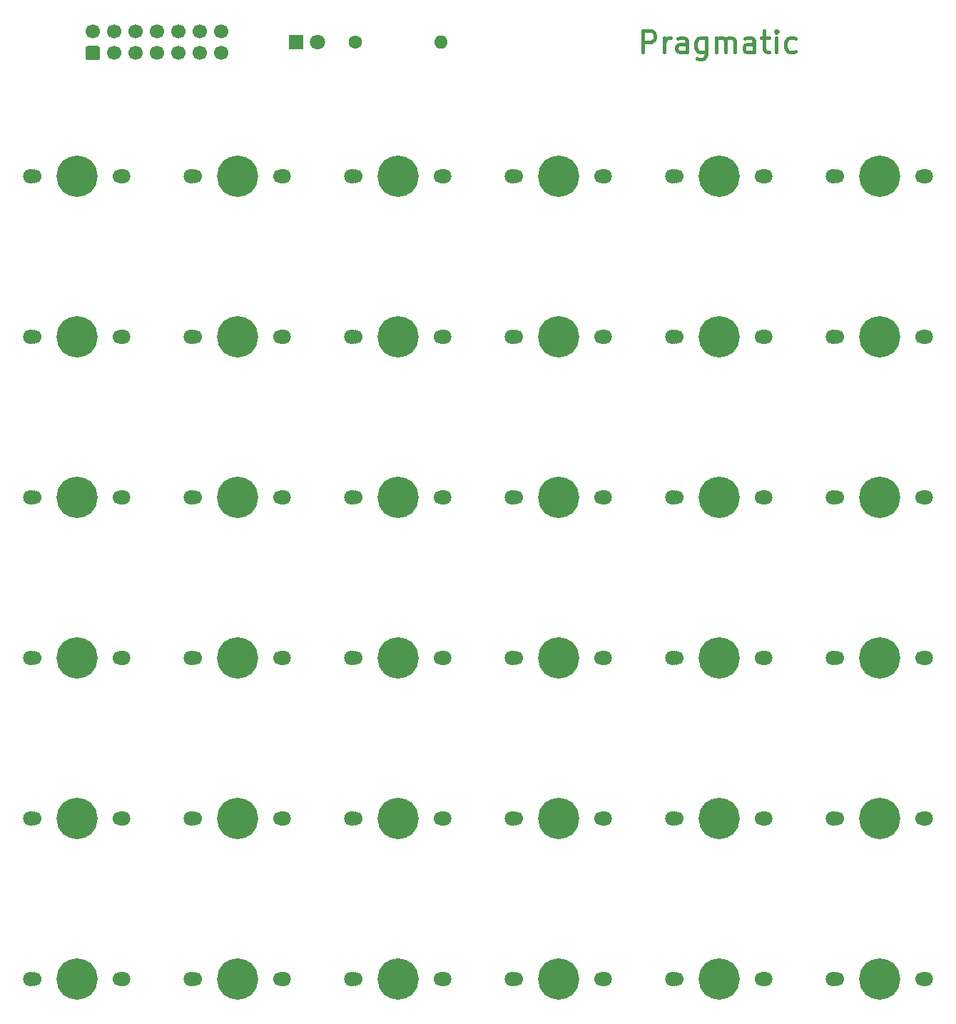
<source format=gbr>
%TF.GenerationSoftware,KiCad,Pcbnew,(5.1.10-1-10_14)*%
%TF.CreationDate,2021-11-08T13:36:25+08:00*%
%TF.ProjectId,Pragmatic,50726167-6d61-4746-9963-2e6b69636164,0.1*%
%TF.SameCoordinates,Original*%
%TF.FileFunction,Soldermask,Top*%
%TF.FilePolarity,Negative*%
%FSLAX46Y46*%
G04 Gerber Fmt 4.6, Leading zero omitted, Abs format (unit mm)*
G04 Created by KiCad (PCBNEW (5.1.10-1-10_14)) date 2021-11-08 13:36:25*
%MOMM*%
%LPD*%
G01*
G04 APERTURE LIST*
%ADD10C,0.381000*%
%ADD11O,1.600000X1.600000*%
%ADD12C,1.600000*%
%ADD13C,1.700000*%
%ADD14C,1.800000*%
%ADD15R,1.800000X1.800000*%
%ADD16C,4.900000*%
G04 APERTURE END LIST*
%TO.C,REF\u002A\u002A*%
D10*
X124339047Y-42424047D02*
X124339047Y-39884047D01*
X125306666Y-39884047D01*
X125548571Y-40005000D01*
X125669523Y-40125952D01*
X125790476Y-40367857D01*
X125790476Y-40730714D01*
X125669523Y-40972619D01*
X125548571Y-41093571D01*
X125306666Y-41214523D01*
X124339047Y-41214523D01*
X126879047Y-42424047D02*
X126879047Y-40730714D01*
X126879047Y-41214523D02*
X127000000Y-40972619D01*
X127120952Y-40851666D01*
X127362857Y-40730714D01*
X127604761Y-40730714D01*
X129540000Y-42424047D02*
X129540000Y-41093571D01*
X129419047Y-40851666D01*
X129177142Y-40730714D01*
X128693333Y-40730714D01*
X128451428Y-40851666D01*
X129540000Y-42303095D02*
X129298095Y-42424047D01*
X128693333Y-42424047D01*
X128451428Y-42303095D01*
X128330476Y-42061190D01*
X128330476Y-41819285D01*
X128451428Y-41577380D01*
X128693333Y-41456428D01*
X129298095Y-41456428D01*
X129540000Y-41335476D01*
X131838095Y-40730714D02*
X131838095Y-42786904D01*
X131717142Y-43028809D01*
X131596190Y-43149761D01*
X131354285Y-43270714D01*
X130991428Y-43270714D01*
X130749523Y-43149761D01*
X131838095Y-42303095D02*
X131596190Y-42424047D01*
X131112380Y-42424047D01*
X130870476Y-42303095D01*
X130749523Y-42182142D01*
X130628571Y-41940238D01*
X130628571Y-41214523D01*
X130749523Y-40972619D01*
X130870476Y-40851666D01*
X131112380Y-40730714D01*
X131596190Y-40730714D01*
X131838095Y-40851666D01*
X133047619Y-42424047D02*
X133047619Y-40730714D01*
X133047619Y-40972619D02*
X133168571Y-40851666D01*
X133410476Y-40730714D01*
X133773333Y-40730714D01*
X134015238Y-40851666D01*
X134136190Y-41093571D01*
X134136190Y-42424047D01*
X134136190Y-41093571D02*
X134257142Y-40851666D01*
X134499047Y-40730714D01*
X134861904Y-40730714D01*
X135103809Y-40851666D01*
X135224761Y-41093571D01*
X135224761Y-42424047D01*
X137522857Y-42424047D02*
X137522857Y-41093571D01*
X137401904Y-40851666D01*
X137160000Y-40730714D01*
X136676190Y-40730714D01*
X136434285Y-40851666D01*
X137522857Y-42303095D02*
X137280952Y-42424047D01*
X136676190Y-42424047D01*
X136434285Y-42303095D01*
X136313333Y-42061190D01*
X136313333Y-41819285D01*
X136434285Y-41577380D01*
X136676190Y-41456428D01*
X137280952Y-41456428D01*
X137522857Y-41335476D01*
X138369523Y-40730714D02*
X139337142Y-40730714D01*
X138732380Y-39884047D02*
X138732380Y-42061190D01*
X138853333Y-42303095D01*
X139095238Y-42424047D01*
X139337142Y-42424047D01*
X140183809Y-42424047D02*
X140183809Y-40730714D01*
X140183809Y-39884047D02*
X140062857Y-40005000D01*
X140183809Y-40125952D01*
X140304761Y-40005000D01*
X140183809Y-39884047D01*
X140183809Y-40125952D01*
X142481904Y-42303095D02*
X142240000Y-42424047D01*
X141756190Y-42424047D01*
X141514285Y-42303095D01*
X141393333Y-42182142D01*
X141272380Y-41940238D01*
X141272380Y-41214523D01*
X141393333Y-40972619D01*
X141514285Y-40851666D01*
X141756190Y-40730714D01*
X142240000Y-40730714D01*
X142481904Y-40851666D01*
%TD*%
D11*
%TO.C,R1*%
X100330000Y-41275000D03*
D12*
X90170000Y-41275000D03*
%TD*%
D13*
%TO.C,J1*%
X74295000Y-40005000D03*
X71755000Y-40005000D03*
X69215000Y-40005000D03*
X66675000Y-40005000D03*
X64135000Y-40005000D03*
X61595000Y-40005000D03*
X59055000Y-40005000D03*
X74295000Y-42545000D03*
X71755000Y-42545000D03*
X69215000Y-42545000D03*
X66675000Y-42545000D03*
X64135000Y-42545000D03*
X61595000Y-42545000D03*
G36*
G01*
X59655000Y-43395000D02*
X58455000Y-43395000D01*
G75*
G02*
X58205000Y-43145000I0J250000D01*
G01*
X58205000Y-41945000D01*
G75*
G02*
X58455000Y-41695000I250000J0D01*
G01*
X59655000Y-41695000D01*
G75*
G02*
X59905000Y-41945000I0J-250000D01*
G01*
X59905000Y-43145000D01*
G75*
G02*
X59655000Y-43395000I-250000J0D01*
G01*
G37*
%TD*%
D14*
%TO.C,D37*%
X85725000Y-41275000D03*
D15*
X83185000Y-41275000D03*
%TD*%
D16*
%TO.C,SW9*%
X95250000Y-76200000D03*
D14*
X89750000Y-76200000D03*
X100750000Y-76200000D03*
D13*
X100330000Y-76200000D03*
X90170000Y-76200000D03*
%TD*%
D16*
%TO.C,SW3*%
X95250000Y-57150000D03*
D14*
X89750000Y-57150000D03*
X100750000Y-57150000D03*
D13*
X100330000Y-57150000D03*
X90170000Y-57150000D03*
%TD*%
D16*
%TO.C,SW2*%
X76200000Y-57150000D03*
D14*
X70700000Y-57150000D03*
X81700000Y-57150000D03*
D13*
X81280000Y-57150000D03*
X71120000Y-57150000D03*
%TD*%
D16*
%TO.C,SW29*%
X133350000Y-133350000D03*
D14*
X127850000Y-133350000D03*
X138850000Y-133350000D03*
D13*
X138430000Y-133350000D03*
X128270000Y-133350000D03*
%TD*%
D16*
%TO.C,SW28*%
X114300000Y-133350000D03*
D14*
X108800000Y-133350000D03*
X119800000Y-133350000D03*
D13*
X119380000Y-133350000D03*
X109220000Y-133350000D03*
%TD*%
D16*
%TO.C,SW24*%
X152400000Y-114300000D03*
D14*
X146900000Y-114300000D03*
X157900000Y-114300000D03*
D13*
X157480000Y-114300000D03*
X147320000Y-114300000D03*
%TD*%
D16*
%TO.C,SW36*%
X152400000Y-152400000D03*
D14*
X146900000Y-152400000D03*
X157900000Y-152400000D03*
D13*
X157480000Y-152400000D03*
X147320000Y-152400000D03*
%TD*%
D16*
%TO.C,SW35*%
X133350000Y-152400000D03*
D14*
X127850000Y-152400000D03*
X138850000Y-152400000D03*
D13*
X138430000Y-152400000D03*
X128270000Y-152400000D03*
%TD*%
D16*
%TO.C,SW34*%
X114300000Y-152400000D03*
D14*
X108800000Y-152400000D03*
X119800000Y-152400000D03*
D13*
X119380000Y-152400000D03*
X109220000Y-152400000D03*
%TD*%
D16*
%TO.C,SW33*%
X95250000Y-152400000D03*
D14*
X89750000Y-152400000D03*
X100750000Y-152400000D03*
D13*
X100330000Y-152400000D03*
X90170000Y-152400000D03*
%TD*%
D16*
%TO.C,SW32*%
X76200000Y-152400000D03*
D14*
X70700000Y-152400000D03*
X81700000Y-152400000D03*
D13*
X81280000Y-152400000D03*
X71120000Y-152400000D03*
%TD*%
D16*
%TO.C,SW31*%
X57150000Y-152400000D03*
D14*
X51650000Y-152400000D03*
X62650000Y-152400000D03*
D13*
X62230000Y-152400000D03*
X52070000Y-152400000D03*
%TD*%
D16*
%TO.C,SW30*%
X152400000Y-133350000D03*
D14*
X146900000Y-133350000D03*
X157900000Y-133350000D03*
D13*
X157480000Y-133350000D03*
X147320000Y-133350000D03*
%TD*%
D16*
%TO.C,SW27*%
X95250000Y-133350000D03*
D14*
X89750000Y-133350000D03*
X100750000Y-133350000D03*
D13*
X100330000Y-133350000D03*
X90170000Y-133350000D03*
%TD*%
D16*
%TO.C,SW26*%
X76200000Y-133350000D03*
D14*
X70700000Y-133350000D03*
X81700000Y-133350000D03*
D13*
X81280000Y-133350000D03*
X71120000Y-133350000D03*
%TD*%
D16*
%TO.C,SW25*%
X57150000Y-133350000D03*
D14*
X51650000Y-133350000D03*
X62650000Y-133350000D03*
D13*
X62230000Y-133350000D03*
X52070000Y-133350000D03*
%TD*%
D16*
%TO.C,SW23*%
X133350000Y-114300000D03*
D14*
X127850000Y-114300000D03*
X138850000Y-114300000D03*
D13*
X138430000Y-114300000D03*
X128270000Y-114300000D03*
%TD*%
D16*
%TO.C,SW22*%
X114300000Y-114300000D03*
D14*
X108800000Y-114300000D03*
X119800000Y-114300000D03*
D13*
X119380000Y-114300000D03*
X109220000Y-114300000D03*
%TD*%
D16*
%TO.C,SW21*%
X95250000Y-114300000D03*
D14*
X89750000Y-114300000D03*
X100750000Y-114300000D03*
D13*
X100330000Y-114300000D03*
X90170000Y-114300000D03*
%TD*%
D16*
%TO.C,SW20*%
X76200000Y-114300000D03*
D14*
X70700000Y-114300000D03*
X81700000Y-114300000D03*
D13*
X81280000Y-114300000D03*
X71120000Y-114300000D03*
%TD*%
D16*
%TO.C,SW19*%
X57150000Y-114300000D03*
D14*
X51650000Y-114300000D03*
X62650000Y-114300000D03*
D13*
X62230000Y-114300000D03*
X52070000Y-114300000D03*
%TD*%
D16*
%TO.C,SW18*%
X152400000Y-95250000D03*
D14*
X146900000Y-95250000D03*
X157900000Y-95250000D03*
D13*
X157480000Y-95250000D03*
X147320000Y-95250000D03*
%TD*%
D16*
%TO.C,SW17*%
X133350000Y-95250000D03*
D14*
X127850000Y-95250000D03*
X138850000Y-95250000D03*
D13*
X138430000Y-95250000D03*
X128270000Y-95250000D03*
%TD*%
D16*
%TO.C,SW16*%
X114300000Y-95250000D03*
D14*
X108800000Y-95250000D03*
X119800000Y-95250000D03*
D13*
X119380000Y-95250000D03*
X109220000Y-95250000D03*
%TD*%
D16*
%TO.C,SW15*%
X95250000Y-95250000D03*
D14*
X89750000Y-95250000D03*
X100750000Y-95250000D03*
D13*
X100330000Y-95250000D03*
X90170000Y-95250000D03*
%TD*%
D16*
%TO.C,SW14*%
X76200000Y-95250000D03*
D14*
X70700000Y-95250000D03*
X81700000Y-95250000D03*
D13*
X81280000Y-95250000D03*
X71120000Y-95250000D03*
%TD*%
D16*
%TO.C,SW13*%
X57150000Y-95250000D03*
D14*
X51650000Y-95250000D03*
X62650000Y-95250000D03*
D13*
X62230000Y-95250000D03*
X52070000Y-95250000D03*
%TD*%
D16*
%TO.C,SW12*%
X152400000Y-76200000D03*
D14*
X146900000Y-76200000D03*
X157900000Y-76200000D03*
D13*
X157480000Y-76200000D03*
X147320000Y-76200000D03*
%TD*%
D16*
%TO.C,SW11*%
X133350000Y-76200000D03*
D14*
X127850000Y-76200000D03*
X138850000Y-76200000D03*
D13*
X138430000Y-76200000D03*
X128270000Y-76200000D03*
%TD*%
D16*
%TO.C,SW10*%
X114300000Y-76200000D03*
D14*
X108800000Y-76200000D03*
X119800000Y-76200000D03*
D13*
X119380000Y-76200000D03*
X109220000Y-76200000D03*
%TD*%
D16*
%TO.C,SW8*%
X76200000Y-76200000D03*
D14*
X70700000Y-76200000D03*
X81700000Y-76200000D03*
D13*
X81280000Y-76200000D03*
X71120000Y-76200000D03*
%TD*%
D16*
%TO.C,SW7*%
X57150000Y-76200000D03*
D14*
X51650000Y-76200000D03*
X62650000Y-76200000D03*
D13*
X62230000Y-76200000D03*
X52070000Y-76200000D03*
%TD*%
D16*
%TO.C,SW6*%
X152400000Y-57150000D03*
D14*
X146900000Y-57150000D03*
X157900000Y-57150000D03*
D13*
X157480000Y-57150000D03*
X147320000Y-57150000D03*
%TD*%
D16*
%TO.C,SW5*%
X133350000Y-57150000D03*
D14*
X127850000Y-57150000D03*
X138850000Y-57150000D03*
D13*
X138430000Y-57150000D03*
X128270000Y-57150000D03*
%TD*%
D16*
%TO.C,SW4*%
X114300000Y-57150000D03*
D14*
X108800000Y-57150000D03*
X119800000Y-57150000D03*
D13*
X119380000Y-57150000D03*
X109220000Y-57150000D03*
%TD*%
D16*
%TO.C,SW1*%
X57150000Y-57150000D03*
D14*
X51650000Y-57150000D03*
X62650000Y-57150000D03*
D13*
X62230000Y-57150000D03*
X52070000Y-57150000D03*
%TD*%
M02*

</source>
